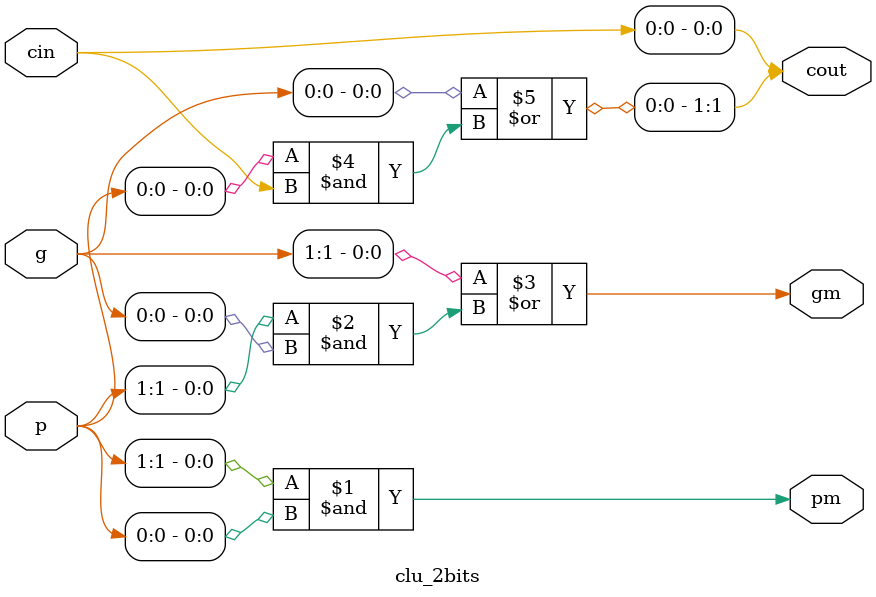
<source format=v>
module clu_2bits(

    input   [1	:0]	p   ,
    input   [1	:0]	g   ,
    input			cin ,
    output  [1	:0]	cout,
	output			pm  ,
	output			gm  
);

assign	pm = p[1:1] & p[0:0];
assign	gm = g[1:1] | (p[1:1] & g[0:0]);
assign  cout[0:0] = cin;
assign  cout[1:1] = g[0:0] | (p[0:0] & cout[0:0]);
  
endmodule

</source>
